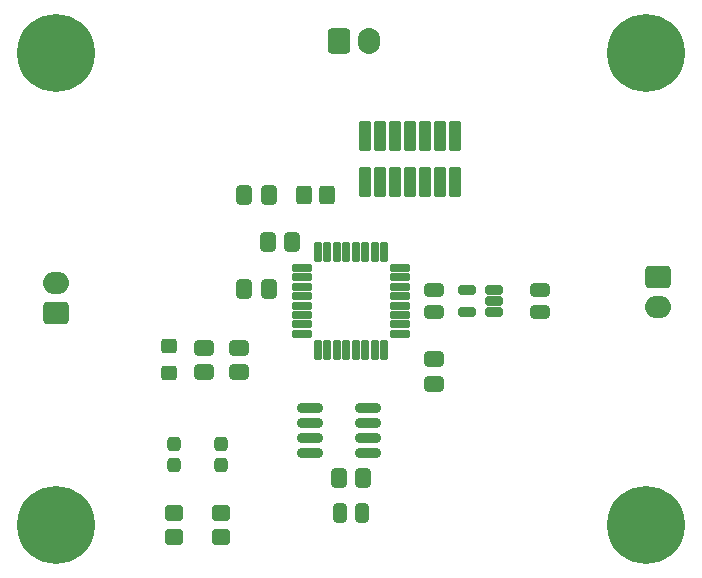
<source format=gbr>
%TF.GenerationSoftware,KiCad,Pcbnew,(6.0.7)*%
%TF.CreationDate,2023-02-16T16:04:02+01:00*%
%TF.ProjectId,hard tp,68617264-2074-4702-9e6b-696361645f70,rev?*%
%TF.SameCoordinates,Original*%
%TF.FileFunction,Soldermask,Top*%
%TF.FilePolarity,Negative*%
%FSLAX46Y46*%
G04 Gerber Fmt 4.6, Leading zero omitted, Abs format (unit mm)*
G04 Created by KiCad (PCBNEW (6.0.7)) date 2023-02-16 16:04:02*
%MOMM*%
%LPD*%
G01*
G04 APERTURE LIST*
G04 Aperture macros list*
%AMRoundRect*
0 Rectangle with rounded corners*
0 $1 Rounding radius*
0 $2 $3 $4 $5 $6 $7 $8 $9 X,Y pos of 4 corners*
0 Add a 4 corners polygon primitive as box body*
4,1,4,$2,$3,$4,$5,$6,$7,$8,$9,$2,$3,0*
0 Add four circle primitives for the rounded corners*
1,1,$1+$1,$2,$3*
1,1,$1+$1,$4,$5*
1,1,$1+$1,$6,$7*
1,1,$1+$1,$8,$9*
0 Add four rect primitives between the rounded corners*
20,1,$1+$1,$2,$3,$4,$5,0*
20,1,$1+$1,$4,$5,$6,$7,0*
20,1,$1+$1,$6,$7,$8,$9,0*
20,1,$1+$1,$8,$9,$2,$3,0*%
G04 Aperture macros list end*
%ADD10C,6.600000*%
%ADD11RoundRect,0.250000X0.512500X0.150000X-0.512500X0.150000X-0.512500X-0.150000X0.512500X-0.150000X0*%
%ADD12RoundRect,0.250000X0.825000X0.150000X-0.825000X0.150000X-0.825000X-0.150000X0.825000X-0.150000X0*%
%ADD13RoundRect,0.225000X-0.625000X-0.125000X0.625000X-0.125000X0.625000X0.125000X-0.625000X0.125000X0*%
%ADD14RoundRect,0.225000X-0.125000X-0.625000X0.125000X-0.625000X0.125000X0.625000X-0.125000X0.625000X0*%
%ADD15RoundRect,0.350000X-0.450000X0.350000X-0.450000X-0.350000X0.450000X-0.350000X0.450000X0.350000X0*%
%ADD16RoundRect,0.350000X0.350000X0.450000X-0.350000X0.450000X-0.350000X-0.450000X0.350000X-0.450000X0*%
%ADD17RoundRect,0.350000X0.350000X-0.275000X0.350000X0.275000X-0.350000X0.275000X-0.350000X-0.275000X0*%
%ADD18RoundRect,0.350000X-0.750000X0.600000X-0.750000X-0.600000X0.750000X-0.600000X0.750000X0.600000X0*%
%ADD19O,2.200000X1.900000*%
%ADD20RoundRect,0.350000X-0.600000X-0.750000X0.600000X-0.750000X0.600000X0.750000X-0.600000X0.750000X0*%
%ADD21O,1.900000X2.200000*%
%ADD22RoundRect,0.350000X0.750000X-0.600000X0.750000X0.600000X-0.750000X0.600000X-0.750000X-0.600000X0*%
%ADD23RoundRect,0.100000X-0.370000X1.200000X-0.370000X-1.200000X0.370000X-1.200000X0.370000X1.200000X0*%
%ADD24RoundRect,0.337500X0.237500X-0.287500X0.237500X0.287500X-0.237500X0.287500X-0.237500X-0.287500X0*%
%ADD25RoundRect,0.350000X0.250000X0.475000X-0.250000X0.475000X-0.250000X-0.475000X0.250000X-0.475000X0*%
%ADD26RoundRect,0.350000X0.337500X0.475000X-0.337500X0.475000X-0.337500X-0.475000X0.337500X-0.475000X0*%
%ADD27RoundRect,0.350000X0.475000X-0.250000X0.475000X0.250000X-0.475000X0.250000X-0.475000X-0.250000X0*%
%ADD28RoundRect,0.350000X-0.475000X0.337500X-0.475000X-0.337500X0.475000X-0.337500X0.475000X0.337500X0*%
%ADD29RoundRect,0.350000X-0.337500X-0.475000X0.337500X-0.475000X0.337500X0.475000X-0.337500X0.475000X0*%
G04 APERTURE END LIST*
D10*
%TO.C,H4*%
X138000000Y-62000000D03*
%TD*%
%TO.C,H3*%
X188000000Y-102000000D03*
%TD*%
%TO.C,H2*%
X188000000Y-62000000D03*
%TD*%
%TO.C,H1*%
X138000000Y-102000000D03*
%TD*%
D11*
%TO.C,U3*%
X175137500Y-83950000D03*
X175137500Y-83000000D03*
X175137500Y-82050000D03*
X172862500Y-82050000D03*
X172862500Y-83950000D03*
%TD*%
D12*
%TO.C,U2*%
X164475000Y-95905000D03*
X164475000Y-94635000D03*
X164475000Y-93365000D03*
X164475000Y-92095000D03*
X159525000Y-92095000D03*
X159525000Y-93365000D03*
X159525000Y-94635000D03*
X159525000Y-95905000D03*
%TD*%
D13*
%TO.C,U1*%
X158825000Y-80200000D03*
X158825000Y-81000000D03*
X158825000Y-81800000D03*
X158825000Y-82600000D03*
X158825000Y-83400000D03*
X158825000Y-84200000D03*
X158825000Y-85000000D03*
X158825000Y-85800000D03*
D14*
X160200000Y-87175000D03*
X161000000Y-87175000D03*
X161800000Y-87175000D03*
X162600000Y-87175000D03*
X163400000Y-87175000D03*
X164200000Y-87175000D03*
X165000000Y-87175000D03*
X165800000Y-87175000D03*
D13*
X167175000Y-85800000D03*
X167175000Y-85000000D03*
X167175000Y-84200000D03*
X167175000Y-83400000D03*
X167175000Y-82600000D03*
X167175000Y-81800000D03*
X167175000Y-81000000D03*
X167175000Y-80200000D03*
D14*
X165800000Y-78825000D03*
X165000000Y-78825000D03*
X164200000Y-78825000D03*
X163400000Y-78825000D03*
X162600000Y-78825000D03*
X161800000Y-78825000D03*
X161000000Y-78825000D03*
X160200000Y-78825000D03*
%TD*%
D15*
%TO.C,R3*%
X148000000Y-101000000D03*
X148000000Y-103000000D03*
%TD*%
D16*
%TO.C,R2*%
X161000000Y-74000000D03*
X159000000Y-74000000D03*
%TD*%
D15*
%TO.C,R1*%
X152000000Y-101000000D03*
X152000000Y-103000000D03*
%TD*%
D17*
%TO.C,L1*%
X147556250Y-89150000D03*
X147556250Y-86850000D03*
%TD*%
D18*
%TO.C,J4*%
X189000000Y-81000000D03*
D19*
X189000000Y-83500000D03*
%TD*%
D20*
%TO.C,J3*%
X162000000Y-61000000D03*
D21*
X164500000Y-61000000D03*
%TD*%
D22*
%TO.C,J2*%
X138000000Y-84000000D03*
D19*
X138000000Y-81500000D03*
%TD*%
D23*
%TO.C,J1*%
X171810000Y-69050000D03*
X171810000Y-72950000D03*
X170540000Y-69050000D03*
X170540000Y-72950000D03*
X169270000Y-69050000D03*
X169270000Y-72950000D03*
X168000000Y-69050000D03*
X168000000Y-72950000D03*
X166730000Y-69050000D03*
X166730000Y-72950000D03*
X165460000Y-69050000D03*
X165460000Y-72950000D03*
X164190000Y-69050000D03*
X164190000Y-72950000D03*
%TD*%
D24*
%TO.C,D2*%
X148000000Y-95125000D03*
X148000000Y-96875000D03*
%TD*%
%TO.C,D1*%
X152000000Y-96875000D03*
X152000000Y-95125000D03*
%TD*%
D25*
%TO.C,C10*%
X163950000Y-101000000D03*
X162050000Y-101000000D03*
%TD*%
D26*
%TO.C,C9*%
X164037500Y-98000000D03*
X161962500Y-98000000D03*
%TD*%
D27*
%TO.C,C8*%
X170000000Y-83950000D03*
X170000000Y-82050000D03*
%TD*%
%TO.C,C7*%
X179000000Y-83950000D03*
X179000000Y-82050000D03*
%TD*%
D28*
%TO.C,C6*%
X153556250Y-86962500D03*
X153556250Y-89037500D03*
%TD*%
%TO.C,C5*%
X150556250Y-86962500D03*
X150556250Y-89037500D03*
%TD*%
D26*
%TO.C,C4*%
X156037500Y-82000000D03*
X153962500Y-82000000D03*
%TD*%
D29*
%TO.C,C3*%
X155962500Y-78000000D03*
X158037500Y-78000000D03*
%TD*%
D28*
%TO.C,C2*%
X170000000Y-87962500D03*
X170000000Y-90037500D03*
%TD*%
D29*
%TO.C,C1*%
X153962500Y-74000000D03*
X156037500Y-74000000D03*
%TD*%
M02*

</source>
